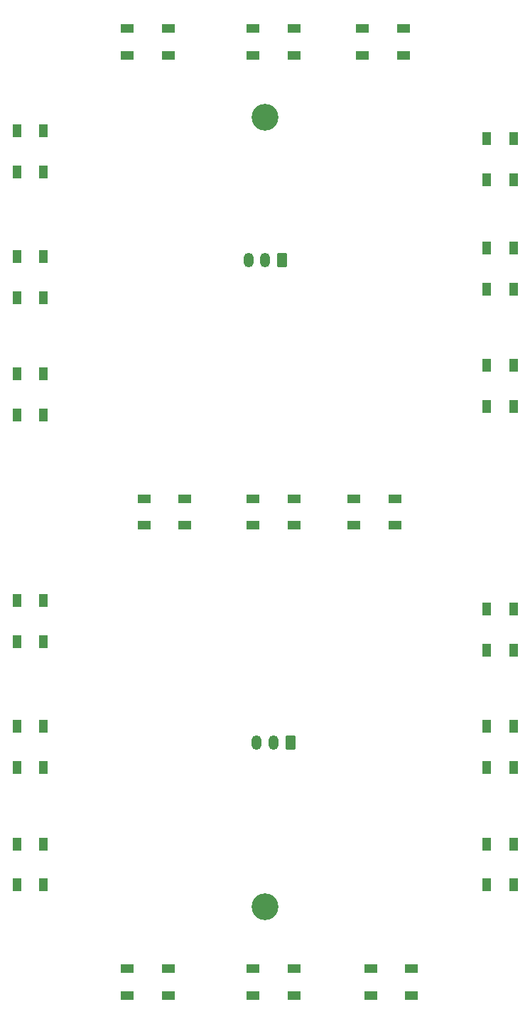
<source format=gts>
G04 #@! TF.GenerationSoftware,KiCad,Pcbnew,6.0.2+dfsg-1*
G04 #@! TF.CreationDate,2022-11-08T00:19:22-08:00*
G04 #@! TF.ProjectId,digit,64696769-742e-46b6-9963-61645f706362,rev?*
G04 #@! TF.SameCoordinates,Original*
G04 #@! TF.FileFunction,Soldermask,Top*
G04 #@! TF.FilePolarity,Negative*
%FSLAX46Y46*%
G04 Gerber Fmt 4.6, Leading zero omitted, Abs format (unit mm)*
G04 Created by KiCad (PCBNEW 6.0.2+dfsg-1) date 2022-11-08 00:19:22*
%MOMM*%
%LPD*%
G01*
G04 APERTURE LIST*
G04 Aperture macros list*
%AMRoundRect*
0 Rectangle with rounded corners*
0 $1 Rounding radius*
0 $2 $3 $4 $5 $6 $7 $8 $9 X,Y pos of 4 corners*
0 Add a 4 corners polygon primitive as box body*
4,1,4,$2,$3,$4,$5,$6,$7,$8,$9,$2,$3,0*
0 Add four circle primitives for the rounded corners*
1,1,$1+$1,$2,$3*
1,1,$1+$1,$4,$5*
1,1,$1+$1,$6,$7*
1,1,$1+$1,$8,$9*
0 Add four rect primitives between the rounded corners*
20,1,$1+$1,$2,$3,$4,$5,0*
20,1,$1+$1,$4,$5,$6,$7,0*
20,1,$1+$1,$6,$7,$8,$9,0*
20,1,$1+$1,$8,$9,$2,$3,0*%
G04 Aperture macros list end*
%ADD10R,1.000000X1.500000*%
%ADD11C,3.200000*%
%ADD12R,1.500000X1.000000*%
%ADD13RoundRect,0.250000X0.350000X0.625000X-0.350000X0.625000X-0.350000X-0.625000X0.350000X-0.625000X0*%
%ADD14O,1.200000X1.750000*%
G04 APERTURE END LIST*
D10*
X76600000Y-131550000D03*
X73400000Y-131550000D03*
X73400000Y-136450000D03*
X76600000Y-136450000D03*
X129400000Y-122450000D03*
X132600000Y-122450000D03*
X132600000Y-117550000D03*
X129400000Y-117550000D03*
X76600000Y-75550000D03*
X73400000Y-75550000D03*
X73400000Y-80450000D03*
X76600000Y-80450000D03*
X129400000Y-66450000D03*
X132600000Y-66450000D03*
X132600000Y-61550000D03*
X129400000Y-61550000D03*
X76600000Y-60550000D03*
X73400000Y-60550000D03*
X73400000Y-65450000D03*
X76600000Y-65450000D03*
D11*
X103000000Y-59000000D03*
D10*
X76600000Y-145550000D03*
X73400000Y-145550000D03*
X73400000Y-150450000D03*
X76600000Y-150450000D03*
D12*
X91450000Y-51600000D03*
X91450000Y-48400000D03*
X86550000Y-48400000D03*
X86550000Y-51600000D03*
X119450000Y-51600000D03*
X119450000Y-48400000D03*
X114550000Y-48400000D03*
X114550000Y-51600000D03*
D10*
X129400000Y-79450000D03*
X132600000Y-79450000D03*
X132600000Y-74550000D03*
X129400000Y-74550000D03*
D12*
X106450000Y-51600000D03*
X106450000Y-48400000D03*
X101550000Y-48400000D03*
X101550000Y-51600000D03*
X118450000Y-107600000D03*
X118450000Y-104400000D03*
X113550000Y-104400000D03*
X113550000Y-107600000D03*
D11*
X103000000Y-153000000D03*
D10*
X129400000Y-93450000D03*
X132600000Y-93450000D03*
X132600000Y-88550000D03*
X129400000Y-88550000D03*
D12*
X101550000Y-160400000D03*
X101550000Y-163600000D03*
X106450000Y-163600000D03*
X106450000Y-160400000D03*
D10*
X76600000Y-116550000D03*
X73400000Y-116550000D03*
X73400000Y-121450000D03*
X76600000Y-121450000D03*
D12*
X93450000Y-107600000D03*
X93450000Y-104400000D03*
X88550000Y-104400000D03*
X88550000Y-107600000D03*
D10*
X129400000Y-136450000D03*
X132600000Y-136450000D03*
X132600000Y-131550000D03*
X129400000Y-131550000D03*
D12*
X115550000Y-160400000D03*
X115550000Y-163600000D03*
X120450000Y-163600000D03*
X120450000Y-160400000D03*
D10*
X129400000Y-150450000D03*
X132600000Y-150450000D03*
X132600000Y-145550000D03*
X129400000Y-145550000D03*
D12*
X86550000Y-160400000D03*
X86550000Y-163600000D03*
X91450000Y-163600000D03*
X91450000Y-160400000D03*
D10*
X76600000Y-89550000D03*
X73400000Y-89550000D03*
X73400000Y-94450000D03*
X76600000Y-94450000D03*
D12*
X106450000Y-107600000D03*
X106450000Y-104400000D03*
X101550000Y-104400000D03*
X101550000Y-107600000D03*
D13*
X105000000Y-76000000D03*
D14*
X103000000Y-76000000D03*
X101000000Y-76000000D03*
D13*
X106000000Y-133450000D03*
D14*
X104000000Y-133450000D03*
X102000000Y-133450000D03*
M02*

</source>
